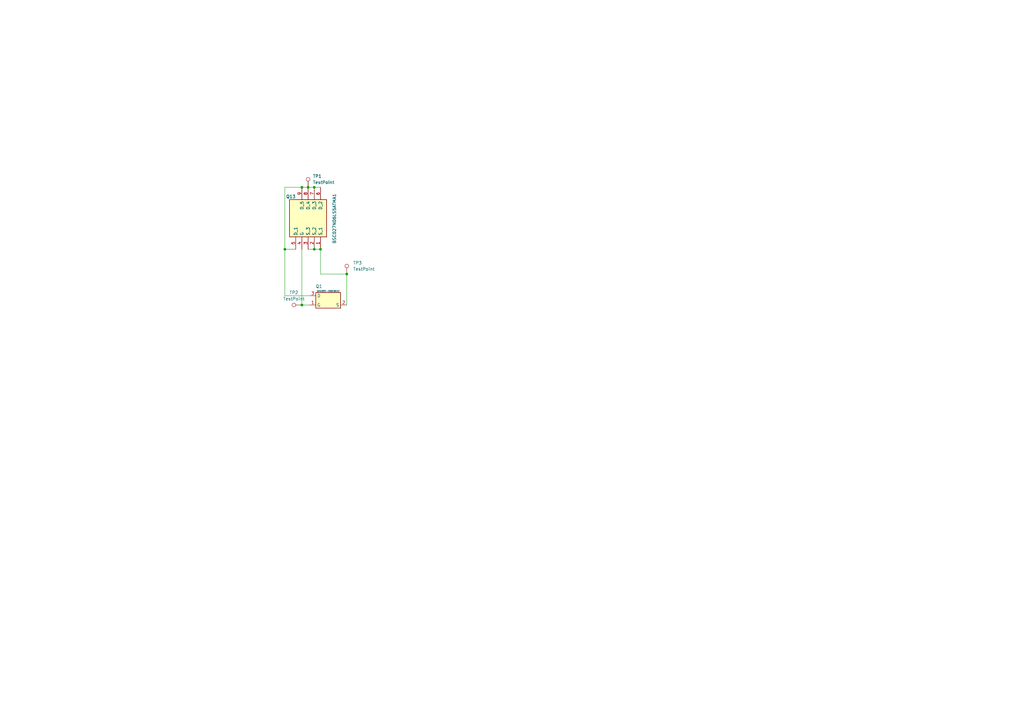
<source format=kicad_sch>
(kicad_sch (version 20231120) (generator "eeschema") (generator_version "8.0")
  (paper "A3")
  (title_block (title "DC/DC v9-3") (date "2024-09-07") (company "Author: Rootthecause"))
  (lib_symbols
    (symbol "Connector:TestPoint" (pin_numbers hide) (pin_names (offset 0.762) hide)
      (property "Reference" "TP" (at 0 6.858 0))
      (property "Value" "TestPoint" (at 0 5.08 0))
      (symbol "TestPoint_0_1"
        (circle (center 0 3.302) (radius 0.762))
      )
      (symbol "TestPoint_1_1"
        (pin passive line (at 0 0 90) (length 2.54) (name "1") (number "1"))
      )
    )
    (symbol "DC-DC Symbol Lib:GAN3R2-100CBEAZ"
      (property "Reference" "Q" (at 3.81 3.81 0))
      (property "Value" "GAN3R2-100CBEAZ" (at 5.08 1.27 0))
      (symbol "GAN3R2-100CBEAZ_1_1"
        (rectangle (start 5.08 0) (end 15.24 -6.35) (stroke (width 0.254)) (fill (type background)))
        (pin passive line (at 2.54 -5.08 0) (length 2.54) (name "G") (number "1"))
        (pin passive line (at 17.78 -5.08 180) (length 2.54) (name "S") (number "2"))
        (pin passive line (at 2.54 -1.27 0) (length 2.54) (name "D") (number "3"))
        (pin passive line (at 17.78 -5.08 180) (length 2.54) hide (name "S") (number "4"))
        (pin passive line (at 2.54 -1.27 0) (length 2.54) hide (name "D") (number "5"))
        (pin passive line (at 17.78 -5.08 180) (length 2.54) hide (name "S") (number "6"))
        (pin passive line (at 2.54 -1.27 0) (length 2.54) hide (name "D") (number "7"))
        (pin passive line (at 17.78 -5.08 180) (length 2.54) hide (name "S") (number "8"))
      )
    )
    (symbol "Samacsys:BSC027N06LS5ATMA1"
      (property "Reference" "Q" (at 21.59 7.62 0))
      (property "Value" "BSC027N06LS5ATMA1" (at 21.59 5.08 0))
      (symbol "BSC027N06LS5ATMA1_1_1"
        (rectangle (start 5.08 2.54) (end 20.32 -12.7) (stroke (width 0.254)) (fill (type background)))
        (pin passive line (at 0 0 0) (length 5.08) (name "S_1") (number "1"))
        (pin passive line (at 0 -2.54 0) (length 5.08) (name "S_2") (number "2"))
        (pin passive line (at 0 -5.08 0) (length 5.08) (name "S_3") (number "3"))
        (pin passive line (at 0 -7.62 0) (length 5.08) (name "G") (number "4"))
        (pin passive line (at 0 -10.16 0) (length 5.08) (name "D_1") (number "5"))
        (pin passive line (at 25.4 0 180) (length 5.08) (name "D_2") (number "6"))
        (pin passive line (at 25.4 -2.54 180) (length 5.08) (name "D_3") (number "7"))
        (pin passive line (at 25.4 -5.08 180) (length 5.08) (name "D_4") (number "8"))
        (pin passive line (at 25.4 -7.62 180) (length 5.08) (name "D_5") (number "9"))
      )
    )
  )
  (junction (at 142.24 112.395))
  (junction (at 126.365 76.835))
  (junction (at 128.905 76.835))
  (junction (at 128.905 102.235))
  (junction (at 131.445 102.235))
  (junction (at 123.825 125.095))
  (junction (at 123.825 76.835))
  (junction (at 116.84 102.235))
  (wire (pts (xy 127 121.285) (xy 116.84 121.285)))
  (wire (pts (xy 123.825 102.235) (xy 123.825 125.095)))
  (wire (pts (xy 126.365 102.235) (xy 128.905 102.235)))
  (wire (pts (xy 123.825 125.095) (xy 127 125.095)))
  (wire (pts (xy 131.445 112.395) (xy 142.24 112.395)))
  (wire (pts (xy 123.825 76.835) (xy 116.84 76.835)))
  (wire (pts (xy 128.905 76.835) (xy 126.365 76.835)))
  (wire (pts (xy 116.84 102.235) (xy 121.285 102.235)))
  (wire (pts (xy 116.84 76.835) (xy 116.84 102.235)))
  (wire (pts (xy 131.445 102.235) (xy 131.445 112.395)))
  (wire (pts (xy 116.84 121.285) (xy 116.84 102.235)))
  (wire (pts (xy 128.905 102.235) (xy 131.445 102.235)))
  (wire (pts (xy 142.24 112.395) (xy 142.24 125.095)))
  (wire (pts (xy 131.445 76.835) (xy 128.905 76.835)))
  (wire (pts (xy 126.365 76.835) (xy 123.825 76.835)))
  (symbol (lib_id "Connector:TestPoint") (at 123.825 125.095 90) (unit 1)
    (property "Reference" "TP2" (at 120.523 120.015 90))
    (property "Value" "TestPoint" (at 120.523 122.555 90))
    (property "Footprint" "DC-DC Footprint Lib:GanDapter single pad" (effects (hide yes)))
    (property "Description" "test point" (effects (hide yes)))
  )
  (symbol (lib_id "DC-DC Symbol Lib:GAN3R2-100CBEAZ") (at 124.46 120.015 0) (unit 1)
    (property "Reference" "Q1" (at 130.81 117.475 0))
    (property "Value" "GAN3R2-100CBEAZ" (at 134.62 119.38 0) (effects (font (size 0.635 0.635))))
    (property "Footprint" "DC-DC Footprint Lib:GAN3R2100CBEAZ" (effects (hide yes)))
    (property "Datasheet" "https://www.mouser.de/ProductDetail/Nexperia/GAN3R2-100CBEAZ?qs=3Rah4i%252BhyCGCdd4XaWDeeg%3D%3D" (effects (hide yes)))
    (property "Height" "0.464" (effects (hide yes)))
    (property "Mouser Part Number" "771-GAN3R2-100CBEAZ" (effects (hide yes)))
    (property "Mouser Price/Stock" "https://www.mouser.co.uk/ProductDetail/Nexperia/GAN3R2-100CBEAZ?qs=3Rah4i%252BhyCGCdd4XaWDeeg%3D%3D" (effects (hide yes)))
    (property "Manufacturer_Name" "Nexperia" (effects (hide yes)))
    (property "Manufacturer_Part_Number" "GAN3R2-100CBEAZ" (effects (hide yes)))
    (property "Qty Stock" "0" (effects (hide yes)))
    (property "Qty Order" "4" (effects (hide yes)))
  )
  (symbol (lib_id "Samacsys:BSC027N06LS5ATMA1") (at 131.445 102.235 270) (mirror x) (unit 1)
    (property "Reference" "Q13" (at 121.285 80.6449 90) (effects (justify right)))
    (property "Value" "BSC027N06LS5ATMA1" (at 137.16 79.3749 0) (effects (justify right)))
    (property "Footprint" "Samacsys:BSC027N06LS5ATMA1" (effects (hide yes)))
    (property "Datasheet" "https://datasheet.datasheetarchive.com/originals/distributors/DKDS-30/596570.pdf" (effects (hide yes)))
    (property "Description" "MOSFET DIFFERENTIATED MOSFETS" (effects (hide yes)))
    (property "Height" "1" (effects (hide yes)))
    (property "Mouser Part Number" "726-BSC027N06LS5ATMA" (effects (hide yes)))
    (property "Mouser Price/Stock" "https://www.mouser.co.uk/ProductDetail/Infineon-Technologies/BSC027N06LS5ATMA1?qs=HXFqYaX1Q2z6vEIhZX7Vzw%3D%3D" (effects (hide yes)))
    (property "Manufacturer_Name" "Infineon" (effects (hide yes)))
    (property "Manufacturer_Part_Number" "BSC027N06LS5ATMA1" (effects (hide yes)))
  )
  (symbol (lib_id "Connector:TestPoint") (at 126.365 76.835 0) (unit 1)
    (property "Reference" "TP1" (at 128.27 72.2629 0) (effects (justify left)))
    (property "Value" "TestPoint" (at 128.27 74.8029 0) (effects (justify left)))
    (property "Footprint" "DC-DC Footprint Lib:GanDapter Long pad" (effects (hide yes)))
    (property "Description" "test point" (effects (hide yes)))
  )
  (symbol (lib_id "Connector:TestPoint") (at 142.24 112.395 0) (unit 1)
    (property "Reference" "TP3" (at 144.78 107.8229 0) (effects (justify left)))
    (property "Value" "TestPoint" (at 144.78 110.3629 0) (effects (justify left)))
    (property "Footprint" "DC-DC Footprint Lib:GanDapter short pad" (effects (hide yes)))
    (property "Description" "test point" (effects (hide yes)))
  )
)
</source>
